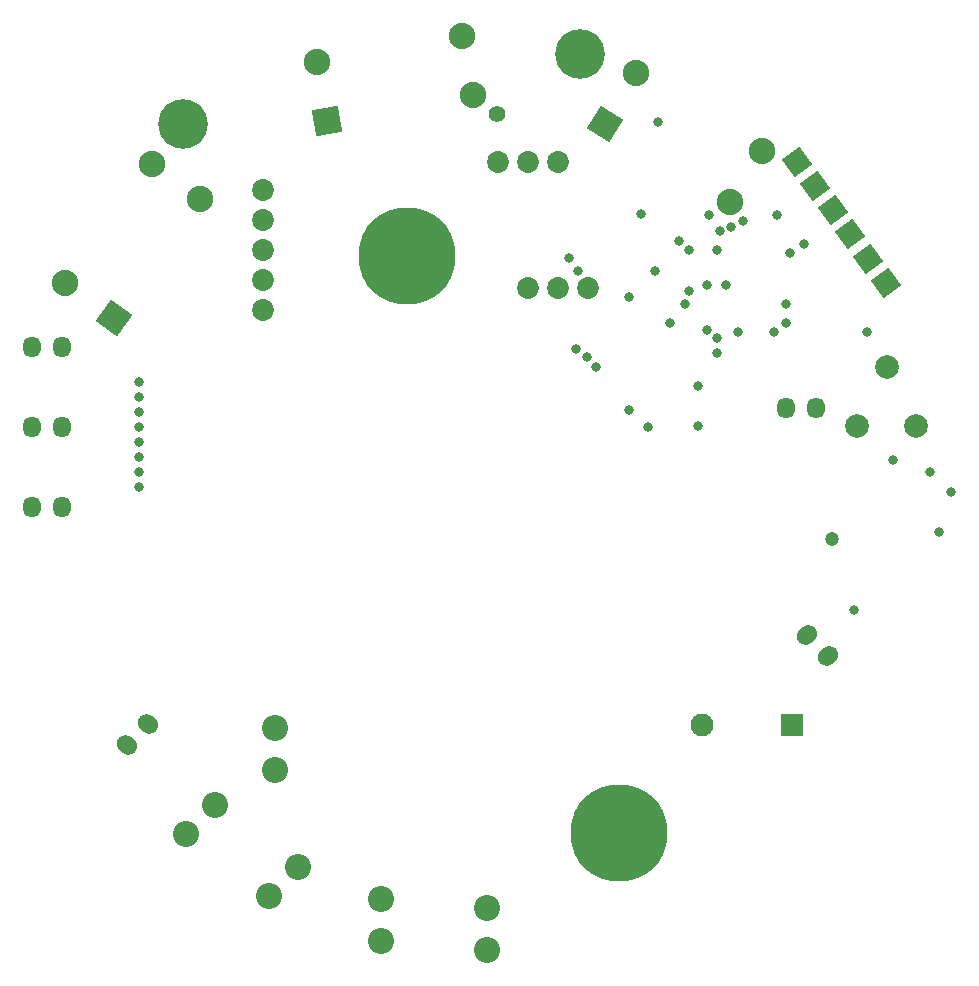
<source format=gbs>
G04 Layer_Color=16711935*
%FSTAX24Y24*%
%MOIN*%
G70*
G01*
G75*
%ADD64C,0.0552*%
%ADD69O,0.0592X0.0710*%
G04:AMPARAMS|DCode=70|XSize=71mil|YSize=59.2mil|CornerRadius=0mil|HoleSize=0mil|Usage=FLASHONLY|Rotation=45.000|XOffset=0mil|YOffset=0mil|HoleType=Round|Shape=Round|*
%AMOVALD70*
21,1,0.0118,0.0592,0.0000,0.0000,45.0*
1,1,0.0592,-0.0042,-0.0042*
1,1,0.0592,0.0042,0.0042*
%
%ADD70OVALD70*%

G04:AMPARAMS|DCode=71|XSize=71mil|YSize=59.2mil|CornerRadius=0mil|HoleSize=0mil|Usage=FLASHONLY|Rotation=315.000|XOffset=0mil|YOffset=0mil|HoleType=Round|Shape=Round|*
%AMOVALD71*
21,1,0.0118,0.0592,0.0000,0.0000,315.0*
1,1,0.0592,-0.0042,0.0042*
1,1,0.0592,0.0042,-0.0042*
%
%ADD71OVALD71*%

%ADD72C,0.0730*%
%ADD73C,0.1655*%
%ADD74P,0.1032X4X81.0*%
%ADD75C,0.0789*%
%ADD76P,0.1245X4X325.0*%
%ADD77C,0.0880*%
%ADD78P,0.1245X4X283.0*%
%ADD79P,0.1245X4X369.0*%
%ADD80C,0.3230*%
%ADD81C,0.0867*%
%ADD82R,0.0769X0.0769*%
%ADD83C,0.0769*%
%ADD84C,0.0316*%
%ADD85C,0.0474*%
D64*
X184434Y15737D02*
D03*
D69*
X168928Y144279D02*
D03*
X169928D02*
D03*
Y149594D02*
D03*
X168928D02*
D03*
Y146937D02*
D03*
X169928D02*
D03*
X194047Y147584D02*
D03*
X195047D02*
D03*
D70*
X194763Y140007D02*
D03*
X19547Y1393D02*
D03*
D71*
X172074Y136331D02*
D03*
X172781Y137038D02*
D03*
D72*
X176618Y150842D02*
D03*
Y151842D02*
D03*
Y152842D02*
D03*
Y154842D02*
D03*
Y153842D02*
D03*
X184471Y155762D02*
D03*
X185471D02*
D03*
X186471D02*
D03*
X187471Y151563D02*
D03*
X186471D02*
D03*
X185471D02*
D03*
D73*
X173955Y157029D02*
D03*
X187204Y159378D02*
D03*
D74*
X195612Y154165D02*
D03*
X195024Y154974D02*
D03*
X194436Y155783D02*
D03*
X196199Y153356D02*
D03*
X196787Y152547D02*
D03*
X197375Y151738D02*
D03*
D75*
X196423Y146986D02*
D03*
X197407Y148954D02*
D03*
X198391Y146986D02*
D03*
D76*
X178769Y157139D02*
D03*
D77*
X178421Y159109D02*
D03*
X183613Y157993D02*
D03*
X183266Y159963D02*
D03*
X189067Y158732D02*
D03*
X192179Y154429D02*
D03*
X193239Y156125D02*
D03*
X170027Y151735D02*
D03*
X174537Y15454D02*
D03*
X172919Y155715D02*
D03*
D78*
X188007Y157036D02*
D03*
D79*
X171645Y15056D02*
D03*
D80*
X188497Y133404D02*
D03*
X181427Y152644D02*
D03*
D81*
X18055Y129811D02*
D03*
Y131189D02*
D03*
X177027Y136897D02*
D03*
Y135519D02*
D03*
X175033Y134333D02*
D03*
X174059Y133359D02*
D03*
X177789Y132266D02*
D03*
X176814Y131292D02*
D03*
X184093Y129522D02*
D03*
Y1309D02*
D03*
D82*
X194254Y136996D02*
D03*
D83*
X191254D02*
D03*
D84*
X187046Y149535D02*
D03*
X191435Y150185D02*
D03*
X187715Y148954D02*
D03*
X191435Y151681D02*
D03*
X190806Y151464D02*
D03*
Y152842D02*
D03*
X19177Y149417D02*
D03*
X190673Y151051D02*
D03*
X192065Y151681D02*
D03*
X194192Y152744D02*
D03*
X194646Y153039D02*
D03*
X187407Y14926D02*
D03*
X19175Y14989D02*
D03*
X192459Y150106D02*
D03*
X19364D02*
D03*
X196744D02*
D03*
X194047Y150421D02*
D03*
Y151051D02*
D03*
X19018Y150421D02*
D03*
X188817Y151267D02*
D03*
X189231Y154023D02*
D03*
X186809Y152567D02*
D03*
X187105Y152153D02*
D03*
X189703Y152134D02*
D03*
X189802Y157106D02*
D03*
X198857Y145446D02*
D03*
X191475Y154006D02*
D03*
X190491Y153138D02*
D03*
X193739Y154016D02*
D03*
X191121Y148315D02*
D03*
X19175Y152842D02*
D03*
X199546Y14476D02*
D03*
X199152Y143435D02*
D03*
X197625Y145854D02*
D03*
X196332Y140839D02*
D03*
X172477Y147937D02*
D03*
Y148437D02*
D03*
Y147437D02*
D03*
Y146937D02*
D03*
Y146437D02*
D03*
Y145937D02*
D03*
Y145437D02*
D03*
Y144937D02*
D03*
X188827Y147519D02*
D03*
X189471Y146937D02*
D03*
X191113Y146986D02*
D03*
X191841Y15347D02*
D03*
X192237Y153596D02*
D03*
X192613Y153799D02*
D03*
D85*
X195589Y143197D02*
D03*
M02*

</source>
